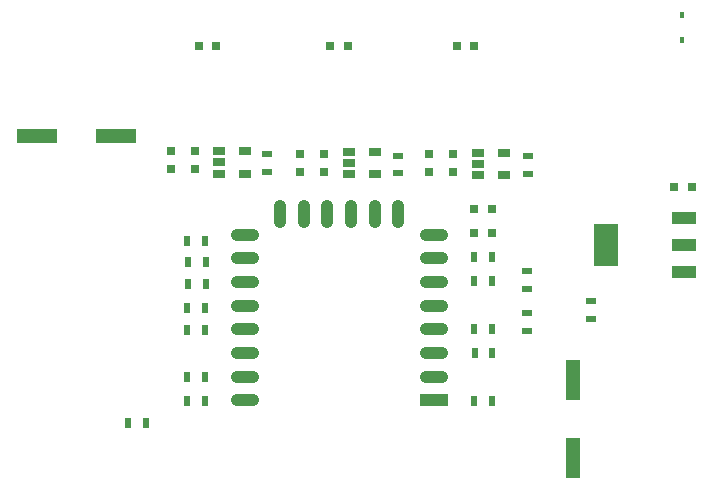
<source format=gbr>
G04 #@! TF.FileFunction,Paste,Top*
%FSLAX46Y46*%
G04 Gerber Fmt 4.6, Leading zero omitted, Abs format (unit mm)*
G04 Created by KiCad (PCBNEW (2015-09-03 BZR 6154)-product) date 2015 September 07, Monday 13:00:52*
%MOMM*%
G01*
G04 APERTURE LIST*
%ADD10C,0.100000*%
%ADD11R,1.198880X3.395980*%
%ADD12R,0.800000X0.750000*%
%ADD13R,0.750000X0.800000*%
%ADD14R,3.395980X1.198880*%
%ADD15R,0.797560X0.797560*%
%ADD16R,0.500000X0.900000*%
%ADD17R,0.900000X0.500000*%
%ADD18O,1.100000X2.400000*%
%ADD19R,2.400000X1.100000*%
%ADD20O,2.400000X1.100000*%
%ADD21R,1.060000X0.650000*%
%ADD22R,2.032000X3.657600*%
%ADD23R,2.032000X1.016000*%
%ADD24R,0.450000X0.590000*%
G04 APERTURE END LIST*
D10*
D11*
X202438000Y-117441980D03*
X202438000Y-110794800D03*
D12*
X210933600Y-94437200D03*
X212433600Y-94437200D03*
X195555300Y-96304100D03*
X194055300Y-96304100D03*
D13*
X192214500Y-93206000D03*
X192214500Y-91706000D03*
X181356000Y-93206000D03*
X181356000Y-91706000D03*
X168402000Y-92940000D03*
X168402000Y-91440000D03*
X190246000Y-93206000D03*
X190246000Y-91706000D03*
X179324000Y-93206000D03*
X179324000Y-91706000D03*
X170434000Y-92952000D03*
X170434000Y-91452000D03*
D12*
X192556000Y-82550000D03*
X194056000Y-82550000D03*
X181864000Y-82550000D03*
X183364000Y-82550000D03*
X170700000Y-82550000D03*
X172200000Y-82550000D03*
D14*
X163669980Y-90170000D03*
X157022800Y-90170000D03*
D15*
X194056000Y-98336100D03*
X195554600Y-98336100D03*
D16*
X169785600Y-100838000D03*
X171285600Y-100838000D03*
X169746800Y-99009200D03*
X171246800Y-99009200D03*
X169747500Y-104686100D03*
X171247500Y-104686100D03*
X169747500Y-110528100D03*
X171247500Y-110528100D03*
X169747500Y-112560100D03*
X171247500Y-112560100D03*
X164710680Y-114498120D03*
X166210680Y-114498120D03*
X195555300Y-106464100D03*
X194055300Y-106464100D03*
X194055300Y-112560100D03*
X195555300Y-112560100D03*
X195543300Y-100368100D03*
X194043300Y-100368100D03*
X195555300Y-102400100D03*
X194055300Y-102400100D03*
X195567300Y-108496100D03*
X194067300Y-108496100D03*
D17*
X203962000Y-104152000D03*
X203962000Y-105652000D03*
X198602600Y-91858400D03*
X198602600Y-93358400D03*
X187604400Y-91807600D03*
X187604400Y-93307600D03*
X176504600Y-91680600D03*
X176504600Y-93180600D03*
D18*
X187600500Y-96769899D03*
X185600500Y-96769899D03*
X183600500Y-96769899D03*
X181600500Y-96769899D03*
X179600500Y-96769899D03*
X177600500Y-96769899D03*
D19*
X190590500Y-112519899D03*
D20*
X190590500Y-110519899D03*
X190590500Y-108519899D03*
X190590500Y-106519899D03*
X190590500Y-104519899D03*
X190590500Y-102519899D03*
X190590500Y-100519899D03*
X190590500Y-98519899D03*
X174590500Y-98519899D03*
X174590500Y-100519899D03*
X174590500Y-102519899D03*
X174590500Y-104519899D03*
X174590500Y-106519899D03*
X174590500Y-108519899D03*
X174590500Y-110519899D03*
X174590500Y-112519899D03*
D21*
X194396000Y-91569500D03*
X194396000Y-92519500D03*
X194396000Y-93469500D03*
X196596000Y-93469500D03*
X196596000Y-91569500D03*
X183474000Y-91506000D03*
X183474000Y-92456000D03*
X183474000Y-93406000D03*
X185674000Y-93406000D03*
X185674000Y-91506000D03*
X172466000Y-91440000D03*
X172466000Y-92390000D03*
X172466000Y-93340000D03*
X174666000Y-93340000D03*
X174666000Y-91440000D03*
D22*
X205206600Y-99364800D03*
D23*
X211810600Y-99364800D03*
X211810600Y-97078800D03*
X211810600Y-101650800D03*
D16*
X169734800Y-106553000D03*
X171234800Y-106553000D03*
X169785600Y-102717600D03*
X171285600Y-102717600D03*
D24*
X211658200Y-82030200D03*
X211658200Y-79920200D03*
D17*
X198526400Y-101612000D03*
X198526400Y-103112000D03*
X198501000Y-105168000D03*
X198501000Y-106668000D03*
M02*

</source>
